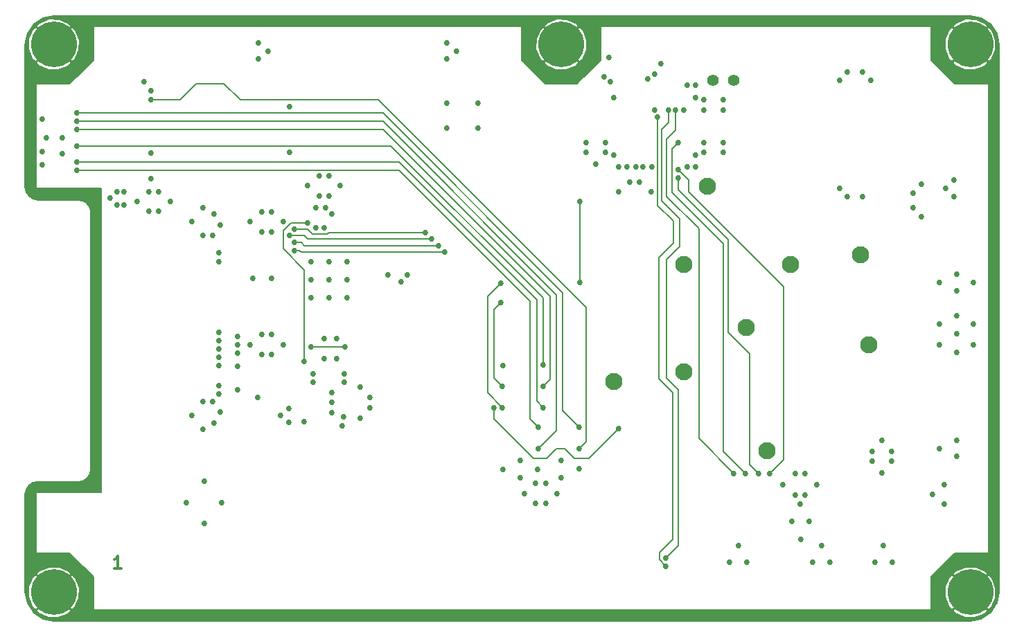
<source format=gtl>
%FSLAX34Y34*%
G04 Gerber Fmt 3.4, Leading zero omitted, Abs format*
G04 (created by PCBNEW (2014-03-01 BZR 4730)-product) date Thursday, July 17, 2014 'AMt' 09:27:46 AM*
%MOIN*%
G01*
G70*
G90*
G04 APERTURE LIST*
%ADD10C,0.006000*%
%ADD11C,0.012094*%
%ADD12C,0.220472*%
%ADD13C,0.023622*%
%ADD14C,0.055118*%
%ADD15C,0.082677*%
%ADD16C,0.027500*%
%ADD17C,0.007874*%
%ADD18C,0.015748*%
G04 APERTURE END LIST*
G54D10*
G54D11*
X28436Y-66172D02*
X28098Y-66172D01*
X28267Y-66172D02*
X28267Y-65582D01*
X28211Y-65666D01*
X28155Y-65722D01*
X28098Y-65750D01*
G54D12*
X49606Y-40944D03*
G54D13*
X49606Y-40078D03*
X48740Y-40944D03*
X49606Y-41811D03*
X50472Y-40944D03*
X50216Y-40334D03*
X48996Y-40334D03*
X48996Y-41555D03*
X50216Y-41555D03*
G54D12*
X69291Y-40944D03*
G54D13*
X69291Y-40078D03*
X68425Y-40944D03*
X69291Y-41811D03*
X70157Y-40944D03*
X69901Y-40334D03*
X68681Y-40334D03*
X68681Y-41555D03*
X69901Y-41555D03*
G54D12*
X69291Y-67322D03*
G54D13*
X69291Y-66456D03*
X68425Y-67322D03*
X69291Y-68188D03*
X70157Y-67322D03*
X69901Y-66712D03*
X68681Y-66712D03*
X68681Y-67933D03*
X69901Y-67933D03*
G54D12*
X25196Y-67322D03*
G54D13*
X25196Y-66456D03*
X24330Y-67322D03*
X25196Y-68188D03*
X26062Y-67322D03*
X25807Y-66712D03*
X24586Y-66712D03*
X24586Y-67933D03*
X25807Y-67933D03*
G54D12*
X25196Y-40944D03*
G54D13*
X25196Y-40078D03*
X24330Y-40944D03*
X25196Y-41811D03*
X26062Y-40944D03*
X25807Y-40334D03*
X24586Y-40334D03*
X24586Y-41555D03*
X25807Y-41555D03*
G54D14*
X57901Y-42677D03*
X56901Y-42677D03*
G54D15*
X55492Y-56711D03*
X60648Y-51555D03*
X58507Y-54570D03*
X55492Y-51555D03*
X56651Y-47775D03*
X64017Y-51082D03*
X64401Y-55414D03*
X59490Y-60492D03*
X52124Y-57185D03*
G54D16*
X35669Y-52204D03*
X36220Y-49488D03*
X35669Y-49960D03*
X35669Y-49015D03*
X35669Y-55866D03*
X36220Y-55393D03*
X35669Y-54921D03*
X37677Y-57204D03*
X37677Y-56811D03*
X38188Y-49763D03*
X33129Y-50964D03*
X38188Y-55118D03*
X38818Y-55118D03*
X33129Y-57775D03*
X25590Y-45433D03*
X24842Y-45433D03*
X38976Y-47755D03*
X38425Y-48228D03*
X38425Y-47283D03*
X39133Y-58858D03*
X40393Y-57952D03*
X39921Y-57440D03*
X48858Y-63031D03*
X49409Y-62559D03*
X48858Y-62086D03*
X29763Y-48976D03*
X29763Y-48031D03*
X65039Y-60000D03*
X65511Y-60551D03*
X64566Y-60551D03*
X60275Y-62125D03*
X60866Y-61614D03*
X60866Y-62637D03*
X41259Y-52047D03*
X28228Y-48661D03*
X28228Y-48031D03*
X27913Y-48346D03*
X29212Y-48503D03*
X49606Y-61811D03*
X50472Y-61377D03*
X49606Y-60984D03*
X61535Y-63897D03*
X60708Y-63897D03*
X61141Y-64763D03*
X61102Y-63070D03*
X67795Y-60393D03*
X68622Y-60787D03*
X68622Y-60000D03*
X37795Y-49763D03*
X33129Y-57381D03*
X53937Y-48031D03*
X53385Y-47559D03*
X52362Y-46850D03*
X56062Y-46850D03*
X56456Y-46141D03*
X57401Y-46141D03*
X56456Y-43622D03*
X57401Y-43622D03*
X55669Y-42913D03*
X51732Y-46141D03*
X50787Y-46141D03*
X51259Y-46692D03*
X53976Y-46850D03*
X55511Y-44094D03*
X52125Y-46259D03*
X56062Y-46259D03*
X57913Y-61614D03*
X55118Y-44094D03*
X55236Y-45669D03*
X58464Y-61614D03*
X59645Y-61614D03*
X55236Y-46968D03*
X55236Y-47362D03*
X59094Y-61614D03*
X54763Y-44094D03*
X54645Y-65669D03*
X54251Y-44448D03*
X54645Y-66062D03*
X50511Y-48503D03*
X50511Y-52401D03*
X37401Y-49527D03*
X37244Y-56220D03*
X37559Y-55511D03*
X39212Y-55511D03*
X46692Y-53385D03*
X46771Y-57401D03*
X46692Y-52440D03*
X46771Y-58425D03*
X46377Y-58425D03*
X52362Y-59448D03*
X50472Y-60393D03*
X29881Y-43622D03*
X48740Y-56377D03*
X26299Y-45826D03*
X26299Y-45039D03*
X48740Y-57401D03*
X48740Y-58425D03*
X26299Y-46614D03*
X48503Y-59370D03*
X26299Y-47007D03*
X26299Y-44251D03*
X50472Y-59370D03*
X26299Y-44645D03*
X48503Y-60393D03*
X36771Y-50472D03*
X43700Y-50629D03*
X36535Y-50157D03*
X43385Y-50314D03*
X44015Y-50944D03*
X36771Y-50866D03*
X43070Y-50000D03*
X36771Y-49842D03*
X37244Y-59094D03*
X36515Y-59133D03*
X36102Y-58799D03*
X36515Y-58464D03*
X29881Y-47401D03*
X29881Y-46181D03*
X29881Y-43188D03*
X29527Y-42755D03*
X24645Y-46102D03*
X25590Y-46220D03*
X24645Y-46732D03*
X24645Y-44527D03*
X35000Y-57952D03*
X27263Y-48129D03*
X27263Y-49311D03*
X27263Y-50492D03*
X27263Y-51673D03*
X24685Y-48267D03*
X25866Y-48267D03*
X35039Y-39862D03*
X32677Y-39862D03*
X42125Y-39862D03*
X44488Y-39862D03*
X45669Y-39862D03*
X46850Y-39862D03*
X48031Y-39862D03*
X48031Y-41043D03*
X48425Y-41929D03*
X49606Y-42519D03*
X50688Y-42027D03*
X51181Y-41043D03*
X51181Y-39862D03*
X52362Y-39862D03*
X53543Y-39862D03*
X54724Y-39862D03*
X55905Y-39862D03*
X57086Y-39862D03*
X58267Y-39862D03*
X59448Y-39862D03*
X60629Y-39862D03*
X61811Y-39862D03*
X62992Y-39862D03*
X64173Y-39862D03*
X65354Y-39862D03*
X66535Y-39862D03*
X70374Y-42519D03*
X67716Y-39862D03*
X67716Y-41043D03*
X68208Y-42027D03*
X69192Y-42519D03*
X26771Y-39862D03*
X24114Y-43110D03*
X24114Y-44291D03*
X24114Y-45472D03*
X24114Y-46653D03*
X25196Y-42519D03*
X26279Y-42027D03*
X26771Y-41043D03*
X27952Y-39862D03*
X29133Y-39862D03*
X30314Y-39862D03*
X31496Y-39862D03*
X36220Y-39862D03*
X37401Y-39862D03*
X40944Y-39862D03*
X39763Y-39862D03*
X38582Y-39862D03*
X70374Y-44881D03*
X70374Y-43700D03*
X27263Y-55216D03*
X27263Y-52854D03*
X26771Y-68405D03*
X24212Y-62401D03*
X24114Y-63385D03*
X24114Y-64566D03*
X24114Y-65748D03*
X25295Y-65748D03*
X26279Y-66240D03*
X26771Y-67224D03*
X29133Y-68405D03*
X27952Y-68405D03*
X27263Y-54133D03*
X27263Y-56397D03*
X27263Y-57578D03*
X27263Y-58759D03*
X27263Y-59940D03*
X27263Y-61122D03*
X27263Y-62303D03*
X26279Y-62303D03*
X25098Y-62303D03*
X66535Y-68405D03*
X65354Y-68405D03*
X64173Y-68405D03*
X62992Y-68405D03*
X61811Y-68405D03*
X60629Y-68405D03*
X59448Y-68405D03*
X58267Y-68405D03*
X57086Y-68405D03*
X55905Y-68405D03*
X54724Y-68405D03*
X53543Y-68405D03*
X52362Y-68405D03*
X51181Y-68405D03*
X50000Y-68405D03*
X48818Y-68405D03*
X47637Y-68405D03*
X46456Y-68405D03*
X45275Y-68405D03*
X44094Y-68405D03*
X42913Y-68405D03*
X41732Y-68405D03*
X40551Y-68405D03*
X39370Y-68405D03*
X38188Y-68405D03*
X37007Y-68405D03*
X35826Y-68405D03*
X34645Y-68405D03*
X33464Y-68405D03*
X32283Y-68405D03*
X31102Y-68405D03*
X67716Y-68405D03*
X29921Y-68405D03*
X70374Y-48031D03*
X70374Y-49212D03*
X70374Y-50393D03*
X70374Y-51574D03*
X70374Y-52755D03*
X70374Y-53937D03*
X70374Y-55118D03*
X70374Y-56299D03*
X70374Y-57480D03*
X70374Y-58661D03*
X70374Y-59842D03*
X70374Y-61023D03*
X70374Y-62204D03*
X70374Y-63385D03*
X70374Y-64566D03*
X70374Y-65748D03*
X69192Y-65748D03*
X68208Y-66240D03*
X67716Y-67224D03*
X34763Y-52204D03*
X37401Y-47755D03*
X37952Y-47283D03*
X37952Y-48228D03*
X38582Y-49094D03*
X38267Y-48818D03*
X37795Y-48818D03*
X34645Y-49488D03*
X35196Y-49960D03*
X35196Y-49015D03*
X35196Y-54921D03*
X34645Y-55393D03*
X35196Y-55866D03*
X39921Y-58937D03*
X40393Y-58425D03*
X39173Y-57204D03*
X39173Y-56811D03*
X42204Y-52047D03*
X41889Y-52362D03*
X47834Y-62559D03*
X48385Y-62086D03*
X48385Y-63031D03*
X67480Y-62598D03*
X68031Y-63070D03*
X68031Y-62125D03*
X69448Y-55393D03*
X69448Y-54409D03*
X69448Y-52401D03*
X52362Y-48031D03*
X52913Y-47559D03*
X52755Y-46850D03*
X55669Y-46850D03*
X56456Y-45669D03*
X57401Y-45669D03*
X57401Y-44094D03*
X56456Y-44094D03*
X56062Y-42913D03*
X54409Y-41889D03*
X54094Y-42362D03*
X53779Y-42598D03*
X51653Y-42519D03*
X51968Y-42755D03*
X51889Y-41574D03*
X45590Y-44960D03*
X44094Y-44960D03*
X44094Y-43779D03*
X45590Y-43779D03*
X36535Y-43937D03*
X36535Y-46141D03*
X30236Y-48976D03*
X30787Y-48503D03*
X30236Y-48031D03*
X28582Y-48661D03*
X28582Y-48031D03*
X35039Y-41653D03*
X35511Y-41259D03*
X44566Y-41259D03*
X44094Y-40866D03*
X35039Y-40866D03*
X50787Y-45669D03*
X51732Y-45669D03*
X44094Y-41653D03*
X32421Y-61968D03*
X65039Y-61574D03*
X65511Y-61023D03*
X64566Y-61023D03*
X61338Y-61614D03*
X61889Y-62125D03*
X61338Y-62637D03*
X68503Y-47480D03*
X66535Y-48110D03*
X66929Y-47677D03*
X52125Y-43503D03*
X63385Y-42283D03*
X64094Y-42283D03*
X68622Y-52007D03*
X68622Y-55787D03*
X66929Y-49251D03*
X66535Y-48818D03*
X32362Y-50137D03*
X32834Y-50137D03*
X33188Y-49625D03*
X32893Y-49094D03*
X31850Y-49468D03*
X32362Y-48799D03*
X32834Y-58129D03*
X31850Y-58799D03*
X32362Y-58129D03*
X32362Y-59468D03*
X32893Y-59173D03*
X33188Y-58641D03*
X32421Y-64015D03*
X31574Y-62992D03*
X33267Y-62992D03*
X64094Y-48267D03*
X63385Y-48267D03*
X62992Y-47874D03*
X62992Y-42677D03*
X64488Y-42677D03*
X68503Y-48267D03*
X68110Y-47874D03*
X39055Y-59291D03*
X38582Y-58188D03*
X38582Y-58661D03*
X38582Y-57716D03*
X53543Y-46850D03*
X53188Y-46850D03*
X54094Y-44094D03*
X56062Y-43503D03*
X38425Y-52283D03*
X38425Y-53149D03*
X39291Y-52283D03*
X37559Y-52283D03*
X38425Y-51417D03*
X39291Y-53149D03*
X37559Y-53149D03*
X39291Y-51417D03*
X37559Y-51417D03*
X61712Y-65885D03*
X62539Y-65885D03*
X62125Y-65059D03*
X57716Y-65885D03*
X58543Y-65885D03*
X58129Y-65059D03*
X46791Y-56397D03*
X48464Y-61397D03*
X46791Y-61397D03*
X47637Y-61811D03*
X47637Y-60984D03*
X64704Y-65885D03*
X65531Y-65885D03*
X65118Y-65059D03*
X34035Y-56456D03*
X33129Y-56397D03*
X34035Y-55019D03*
X33129Y-54822D03*
X67795Y-55393D03*
X68622Y-54881D03*
X67795Y-54409D03*
X68622Y-54015D03*
X68622Y-52795D03*
X67795Y-52401D03*
X33129Y-51397D03*
X34035Y-57578D03*
X34035Y-55807D03*
X34035Y-55413D03*
X33129Y-56003D03*
X33129Y-55610D03*
X33129Y-55216D03*
X38188Y-56062D03*
X38818Y-56062D03*
G54D17*
X55118Y-44094D02*
X55118Y-45078D01*
X55118Y-45078D02*
X54685Y-45511D01*
X57913Y-61614D02*
X56220Y-59921D01*
X54685Y-45511D02*
X54685Y-48267D01*
X56220Y-49803D02*
X54685Y-48267D01*
X56220Y-59921D02*
X56220Y-49803D01*
X55236Y-45669D02*
X54921Y-45984D01*
X54921Y-45984D02*
X54921Y-48070D01*
X57401Y-60551D02*
X58464Y-61614D01*
X57401Y-50551D02*
X57401Y-60551D01*
X54921Y-48070D02*
X57401Y-50551D01*
X58464Y-61614D02*
X58464Y-61574D01*
X55236Y-46968D02*
X55748Y-47480D01*
X60314Y-60944D02*
X60314Y-52598D01*
X59645Y-61614D02*
X60314Y-60944D01*
X55748Y-48031D02*
X60314Y-52598D01*
X55748Y-47480D02*
X55748Y-48031D01*
X58661Y-61181D02*
X58661Y-55826D01*
X58661Y-55826D02*
X57637Y-54803D01*
X59094Y-61614D02*
X58661Y-61181D01*
X55236Y-47952D02*
X55236Y-47362D01*
X57637Y-50354D02*
X55236Y-47952D01*
X57637Y-54803D02*
X57637Y-50354D01*
X59094Y-61614D02*
X59094Y-61574D01*
X54448Y-45039D02*
X54448Y-48464D01*
X55236Y-65078D02*
X54645Y-65669D01*
X55236Y-57559D02*
X55236Y-65078D01*
X54685Y-57007D02*
X55236Y-57559D01*
X54685Y-51299D02*
X54685Y-57007D01*
X55314Y-50669D02*
X54685Y-51299D01*
X55314Y-49330D02*
X55314Y-50669D01*
X54448Y-48464D02*
X55314Y-49330D01*
X54763Y-44724D02*
X54448Y-45039D01*
X54763Y-44094D02*
X54763Y-44724D01*
X54291Y-57047D02*
X54291Y-51220D01*
X54251Y-48700D02*
X54251Y-44448D01*
X55000Y-49448D02*
X54251Y-48700D01*
X55000Y-50511D02*
X55000Y-49448D01*
X54291Y-51220D02*
X55000Y-50511D01*
X54645Y-66062D02*
X54330Y-65748D01*
X54291Y-57047D02*
X54960Y-57716D01*
X54960Y-57716D02*
X54960Y-64763D01*
X54960Y-64763D02*
X54330Y-65393D01*
X54330Y-65393D02*
X54330Y-65748D01*
X50511Y-48503D02*
X50511Y-52401D01*
X36614Y-49527D02*
X37401Y-49527D01*
X36220Y-49921D02*
X36614Y-49527D01*
X36220Y-50787D02*
X36220Y-49921D01*
X37244Y-51811D02*
X36220Y-50787D01*
X37244Y-56220D02*
X37244Y-51811D01*
X37559Y-55511D02*
X39212Y-55511D01*
X46771Y-57401D02*
X46377Y-57007D01*
X46377Y-53700D02*
X46692Y-53385D01*
X46377Y-57007D02*
X46377Y-53700D01*
X46771Y-58425D02*
X46062Y-57716D01*
X46062Y-53070D02*
X46692Y-52440D01*
X46062Y-57716D02*
X46062Y-53070D01*
X48267Y-60866D02*
X46377Y-58976D01*
X46377Y-58976D02*
X46377Y-58425D01*
X50944Y-60866D02*
X52362Y-59448D01*
X50236Y-60866D02*
X50944Y-60866D01*
X49763Y-60393D02*
X50236Y-60866D01*
X49370Y-60393D02*
X49763Y-60393D01*
X48897Y-60866D02*
X49370Y-60393D01*
X48267Y-60866D02*
X48897Y-60866D01*
X33385Y-42834D02*
X34173Y-43622D01*
X32047Y-42834D02*
X33385Y-42834D01*
X50787Y-53622D02*
X40787Y-43622D01*
X29881Y-43622D02*
X31259Y-43622D01*
X34173Y-43622D02*
X40787Y-43622D01*
X50787Y-60078D02*
X50787Y-53622D01*
X50472Y-60393D02*
X50787Y-60078D01*
X31259Y-43622D02*
X32047Y-42834D01*
X48740Y-53149D02*
X41417Y-45826D01*
X41417Y-45826D02*
X26299Y-45826D01*
X48740Y-56377D02*
X48740Y-53149D01*
X49055Y-53070D02*
X41023Y-45039D01*
X26299Y-45039D02*
X41023Y-45039D01*
X48740Y-57401D02*
X49055Y-57086D01*
X49055Y-57086D02*
X49055Y-53070D01*
X48425Y-53228D02*
X41811Y-46614D01*
X41811Y-46614D02*
X26299Y-46614D01*
X48425Y-58110D02*
X48425Y-53228D01*
X48740Y-58425D02*
X48425Y-58110D01*
X48110Y-53307D02*
X41811Y-47007D01*
X41811Y-47007D02*
X26299Y-47007D01*
X48503Y-59370D02*
X48110Y-58976D01*
X48110Y-58976D02*
X48110Y-53307D01*
X50472Y-59370D02*
X49685Y-58582D01*
X49685Y-58582D02*
X49685Y-52913D01*
X49685Y-52913D02*
X41023Y-44251D01*
X26299Y-44251D02*
X41023Y-44251D01*
X48503Y-60393D02*
X49370Y-59527D01*
X49370Y-59527D02*
X49370Y-52992D01*
X49370Y-52992D02*
X41023Y-44645D01*
X26299Y-44645D02*
X41023Y-44645D01*
X37244Y-50629D02*
X43700Y-50629D01*
X37086Y-50472D02*
X37244Y-50629D01*
X36771Y-50472D02*
X37086Y-50472D01*
X37401Y-50314D02*
X37244Y-50157D01*
X37244Y-50157D02*
X36535Y-50157D01*
X43385Y-50314D02*
X37401Y-50314D01*
X36771Y-50866D02*
X37007Y-50866D01*
X37086Y-50944D02*
X44015Y-50944D01*
X37007Y-50866D02*
X37086Y-50944D01*
X36771Y-49842D02*
X37401Y-49842D01*
X38425Y-50000D02*
X43070Y-50000D01*
X38346Y-50078D02*
X38425Y-50000D01*
X37637Y-50078D02*
X38346Y-50078D01*
X37401Y-49842D02*
X37637Y-50078D01*
G54D18*
X27263Y-55216D02*
X27263Y-54133D01*
X27263Y-54133D02*
X27263Y-52854D01*
G54D10*
G36*
X70673Y-67303D02*
X70564Y-67850D01*
X70517Y-67920D01*
X70517Y-67108D01*
X70517Y-40730D01*
X70341Y-40277D01*
X70309Y-40229D01*
X70164Y-40099D01*
X70136Y-40127D01*
X70136Y-40072D01*
X70006Y-39926D01*
X69562Y-39730D01*
X69077Y-39719D01*
X68624Y-39894D01*
X68575Y-39926D01*
X68446Y-40072D01*
X68546Y-40171D01*
X68681Y-40306D01*
X68708Y-40334D01*
X68843Y-40469D01*
X69291Y-40917D01*
X69738Y-40469D01*
X69873Y-40334D01*
X69901Y-40306D01*
X70036Y-40171D01*
X70136Y-40072D01*
X70136Y-40127D01*
X70064Y-40199D01*
X69929Y-40334D01*
X69901Y-40362D01*
X69766Y-40497D01*
X69319Y-40944D01*
X69766Y-41392D01*
X69901Y-41527D01*
X69929Y-41555D01*
X70064Y-41689D01*
X70164Y-41789D01*
X70309Y-41660D01*
X70505Y-41216D01*
X70517Y-40730D01*
X70517Y-67108D01*
X70341Y-66655D01*
X70309Y-66607D01*
X70164Y-66477D01*
X70157Y-66484D01*
X70157Y-65433D01*
X70157Y-42834D01*
X70136Y-42834D01*
X70136Y-41817D01*
X70036Y-41717D01*
X69901Y-41582D01*
X69873Y-41555D01*
X69738Y-41420D01*
X69291Y-40972D01*
X69263Y-41000D01*
X69263Y-40944D01*
X68815Y-40497D01*
X68681Y-40362D01*
X68653Y-40334D01*
X68518Y-40199D01*
X68418Y-40099D01*
X68273Y-40229D01*
X68076Y-40673D01*
X68065Y-41158D01*
X68240Y-41611D01*
X68273Y-41660D01*
X68418Y-41789D01*
X68518Y-41689D01*
X68653Y-41555D01*
X68681Y-41527D01*
X68815Y-41392D01*
X69263Y-40944D01*
X69263Y-41000D01*
X68843Y-41420D01*
X68708Y-41555D01*
X68681Y-41582D01*
X68546Y-41717D01*
X68446Y-41817D01*
X68575Y-41963D01*
X69020Y-42159D01*
X69505Y-42170D01*
X69958Y-41995D01*
X70006Y-41963D01*
X70136Y-41817D01*
X70136Y-42834D01*
X68536Y-42834D01*
X67401Y-41699D01*
X67401Y-41653D01*
X67401Y-40078D01*
X51496Y-40078D01*
X51496Y-41699D01*
X50832Y-42363D01*
X50832Y-40730D01*
X50656Y-40277D01*
X50624Y-40229D01*
X50479Y-40099D01*
X50451Y-40127D01*
X50451Y-40072D01*
X50321Y-39926D01*
X49877Y-39730D01*
X49392Y-39719D01*
X48939Y-39894D01*
X48890Y-39926D01*
X48761Y-40072D01*
X48861Y-40171D01*
X48861Y-40171D01*
X48996Y-40306D01*
X49023Y-40334D01*
X49158Y-40469D01*
X49606Y-40917D01*
X50053Y-40469D01*
X50188Y-40334D01*
X50216Y-40306D01*
X50351Y-40171D01*
X50451Y-40072D01*
X50451Y-40127D01*
X50379Y-40199D01*
X50244Y-40334D01*
X50216Y-40362D01*
X50081Y-40497D01*
X49634Y-40944D01*
X50081Y-41392D01*
X50081Y-41392D01*
X50216Y-41527D01*
X50244Y-41555D01*
X50379Y-41689D01*
X50479Y-41789D01*
X50624Y-41660D01*
X50820Y-41216D01*
X50832Y-40730D01*
X50832Y-42363D01*
X50451Y-42744D01*
X50451Y-41817D01*
X50351Y-41717D01*
X50216Y-41582D01*
X50188Y-41555D01*
X50053Y-41420D01*
X50053Y-41420D01*
X49606Y-40972D01*
X49578Y-41000D01*
X49578Y-40944D01*
X49130Y-40497D01*
X48996Y-40362D01*
X48968Y-40334D01*
X48833Y-40199D01*
X48833Y-40199D01*
X48733Y-40099D01*
X48588Y-40229D01*
X48391Y-40673D01*
X48380Y-41158D01*
X48555Y-41611D01*
X48588Y-41660D01*
X48733Y-41789D01*
X48833Y-41689D01*
X48968Y-41555D01*
X48996Y-41527D01*
X49130Y-41392D01*
X49578Y-40944D01*
X49578Y-41000D01*
X49158Y-41420D01*
X49023Y-41555D01*
X48996Y-41582D01*
X48861Y-41717D01*
X48761Y-41817D01*
X48890Y-41963D01*
X49334Y-42159D01*
X49820Y-42170D01*
X50273Y-41995D01*
X50321Y-41963D01*
X50451Y-41817D01*
X50451Y-42744D01*
X50361Y-42834D01*
X48851Y-42834D01*
X47716Y-41699D01*
X47716Y-40078D01*
X27086Y-40078D01*
X27086Y-41699D01*
X26422Y-42363D01*
X26422Y-40730D01*
X26247Y-40277D01*
X26215Y-40229D01*
X26069Y-40099D01*
X26041Y-40127D01*
X26041Y-40072D01*
X25912Y-39926D01*
X25468Y-39730D01*
X24982Y-39719D01*
X24529Y-39894D01*
X24481Y-39926D01*
X24351Y-40072D01*
X24451Y-40171D01*
X24451Y-40171D01*
X24586Y-40306D01*
X24614Y-40334D01*
X24749Y-40469D01*
X25196Y-40917D01*
X25644Y-40469D01*
X25779Y-40334D01*
X25807Y-40306D01*
X25941Y-40171D01*
X26041Y-40072D01*
X26041Y-40127D01*
X25969Y-40199D01*
X25834Y-40334D01*
X25807Y-40362D01*
X25672Y-40497D01*
X25224Y-40944D01*
X25672Y-41392D01*
X25672Y-41392D01*
X25807Y-41527D01*
X25834Y-41555D01*
X25969Y-41689D01*
X26069Y-41789D01*
X26215Y-41660D01*
X26411Y-41216D01*
X26422Y-40730D01*
X26422Y-42363D01*
X26041Y-42744D01*
X26041Y-41817D01*
X25941Y-41717D01*
X25807Y-41582D01*
X25779Y-41555D01*
X25644Y-41420D01*
X25644Y-41420D01*
X25196Y-40972D01*
X25169Y-41000D01*
X25169Y-40944D01*
X24721Y-40497D01*
X24586Y-40362D01*
X24558Y-40334D01*
X24423Y-40199D01*
X24423Y-40199D01*
X24324Y-40099D01*
X24178Y-40229D01*
X23982Y-40673D01*
X23971Y-41158D01*
X24146Y-41611D01*
X24178Y-41660D01*
X24324Y-41789D01*
X24423Y-41689D01*
X24558Y-41555D01*
X24586Y-41527D01*
X24721Y-41392D01*
X25169Y-40944D01*
X25169Y-41000D01*
X24749Y-41420D01*
X24614Y-41555D01*
X24586Y-41582D01*
X24451Y-41717D01*
X24351Y-41817D01*
X24481Y-41963D01*
X24925Y-42159D01*
X25410Y-42170D01*
X25863Y-41995D01*
X25912Y-41963D01*
X26041Y-41817D01*
X26041Y-42744D01*
X25951Y-42834D01*
X24330Y-42834D01*
X24330Y-47874D01*
X27480Y-47874D01*
X27480Y-62519D01*
X24330Y-62519D01*
X24330Y-65433D01*
X25951Y-65433D01*
X27086Y-66568D01*
X27086Y-68188D01*
X67401Y-68188D01*
X67401Y-66568D01*
X68536Y-65433D01*
X70157Y-65433D01*
X70157Y-66484D01*
X70136Y-66505D01*
X70136Y-66449D01*
X70006Y-66304D01*
X69562Y-66108D01*
X69077Y-66097D01*
X68624Y-66272D01*
X68575Y-66304D01*
X68446Y-66449D01*
X68546Y-66549D01*
X68681Y-66684D01*
X68708Y-66712D01*
X68708Y-66712D01*
X68843Y-66847D01*
X69291Y-67294D01*
X69738Y-66847D01*
X69738Y-66847D01*
X69873Y-66712D01*
X69901Y-66684D01*
X70036Y-66549D01*
X70136Y-66449D01*
X70136Y-66505D01*
X70064Y-66577D01*
X69929Y-66712D01*
X69901Y-66740D01*
X69766Y-66875D01*
X69319Y-67322D01*
X69766Y-67770D01*
X69901Y-67905D01*
X69929Y-67933D01*
X69929Y-67933D01*
X70064Y-68067D01*
X70164Y-68167D01*
X70309Y-68038D01*
X70505Y-67594D01*
X70517Y-67108D01*
X70517Y-67920D01*
X70265Y-68297D01*
X70136Y-68383D01*
X70136Y-68195D01*
X70036Y-68095D01*
X69901Y-67960D01*
X69901Y-67960D01*
X69873Y-67933D01*
X69738Y-67798D01*
X69291Y-67350D01*
X69263Y-67378D01*
X69263Y-67322D01*
X68815Y-66875D01*
X68681Y-66740D01*
X68681Y-66740D01*
X68653Y-66712D01*
X68518Y-66577D01*
X68418Y-66477D01*
X68273Y-66607D01*
X68076Y-67051D01*
X68065Y-67536D01*
X68240Y-67989D01*
X68273Y-68038D01*
X68418Y-68167D01*
X68518Y-68067D01*
X68518Y-68067D01*
X68653Y-67933D01*
X68681Y-67905D01*
X68815Y-67770D01*
X69263Y-67322D01*
X69263Y-67378D01*
X68843Y-67798D01*
X68708Y-67933D01*
X68681Y-67960D01*
X68546Y-68095D01*
X68446Y-68195D01*
X68575Y-68341D01*
X69020Y-68537D01*
X69505Y-68548D01*
X69958Y-68373D01*
X70006Y-68341D01*
X70136Y-68195D01*
X70136Y-68383D01*
X69818Y-68595D01*
X69272Y-68704D01*
X26422Y-68704D01*
X26422Y-67108D01*
X26247Y-66655D01*
X26215Y-66607D01*
X26069Y-66477D01*
X26041Y-66505D01*
X26041Y-66449D01*
X25912Y-66304D01*
X25468Y-66108D01*
X24982Y-66097D01*
X24529Y-66272D01*
X24481Y-66304D01*
X24351Y-66449D01*
X24451Y-66549D01*
X24586Y-66684D01*
X24614Y-66712D01*
X24749Y-66847D01*
X25196Y-67294D01*
X25644Y-66847D01*
X25644Y-66847D01*
X25779Y-66712D01*
X25807Y-66684D01*
X25941Y-66549D01*
X26041Y-66449D01*
X26041Y-66505D01*
X25969Y-66577D01*
X25834Y-66712D01*
X25807Y-66740D01*
X25672Y-66875D01*
X25224Y-67322D01*
X25672Y-67770D01*
X25807Y-67905D01*
X25834Y-67933D01*
X25969Y-68067D01*
X26069Y-68167D01*
X26215Y-68038D01*
X26411Y-67594D01*
X26422Y-67108D01*
X26422Y-68704D01*
X26041Y-68704D01*
X26041Y-68195D01*
X25941Y-68095D01*
X25807Y-67960D01*
X25779Y-67933D01*
X25644Y-67798D01*
X25196Y-67350D01*
X25169Y-67378D01*
X25169Y-67322D01*
X24721Y-66875D01*
X24586Y-66740D01*
X24558Y-66712D01*
X24423Y-66577D01*
X24324Y-66477D01*
X24178Y-66607D01*
X23982Y-67051D01*
X23971Y-67536D01*
X24146Y-67989D01*
X24178Y-68038D01*
X24324Y-68167D01*
X24423Y-68067D01*
X24423Y-68067D01*
X24558Y-67933D01*
X24586Y-67905D01*
X24721Y-67770D01*
X25169Y-67322D01*
X25169Y-67378D01*
X24749Y-67798D01*
X24614Y-67933D01*
X24586Y-67960D01*
X24451Y-68095D01*
X24351Y-68195D01*
X24481Y-68341D01*
X24925Y-68537D01*
X25410Y-68548D01*
X25863Y-68373D01*
X25912Y-68341D01*
X26041Y-68195D01*
X26041Y-68704D01*
X25215Y-68704D01*
X24669Y-68595D01*
X24222Y-68297D01*
X23923Y-67850D01*
X23815Y-67303D01*
X23815Y-62617D01*
X23863Y-62372D01*
X23991Y-62180D01*
X24183Y-62052D01*
X24428Y-62004D01*
X26377Y-62004D01*
X26396Y-62000D01*
X26415Y-62000D01*
X26566Y-61970D01*
X26566Y-61970D01*
X26635Y-61941D01*
X26635Y-61941D01*
X26763Y-61856D01*
X26763Y-61856D01*
X26763Y-61856D01*
X26816Y-61802D01*
X26816Y-61802D01*
X26902Y-61675D01*
X26931Y-61605D01*
X26931Y-61605D01*
X26961Y-61454D01*
X26961Y-61435D01*
X26964Y-61417D01*
X26964Y-49015D01*
X26961Y-48997D01*
X26961Y-48978D01*
X26931Y-48827D01*
X26931Y-48827D01*
X26902Y-48757D01*
X26816Y-48630D01*
X26816Y-48630D01*
X26763Y-48576D01*
X26763Y-48576D01*
X26635Y-48491D01*
X26566Y-48462D01*
X26566Y-48462D01*
X26415Y-48432D01*
X26396Y-48432D01*
X26377Y-48428D01*
X24428Y-48428D01*
X24183Y-48380D01*
X23991Y-48252D01*
X23863Y-48060D01*
X23815Y-47815D01*
X23815Y-40963D01*
X23923Y-40417D01*
X24222Y-39970D01*
X24669Y-39671D01*
X25215Y-39563D01*
X69272Y-39563D01*
X69818Y-39671D01*
X70265Y-39970D01*
X70564Y-40417D01*
X70673Y-40963D01*
X70673Y-67303D01*
X70673Y-67303D01*
G37*
G54D17*
X70673Y-67303D02*
X70564Y-67850D01*
X70517Y-67920D01*
X70517Y-67108D01*
X70517Y-40730D01*
X70341Y-40277D01*
X70309Y-40229D01*
X70164Y-40099D01*
X70136Y-40127D01*
X70136Y-40072D01*
X70006Y-39926D01*
X69562Y-39730D01*
X69077Y-39719D01*
X68624Y-39894D01*
X68575Y-39926D01*
X68446Y-40072D01*
X68546Y-40171D01*
X68681Y-40306D01*
X68708Y-40334D01*
X68843Y-40469D01*
X69291Y-40917D01*
X69738Y-40469D01*
X69873Y-40334D01*
X69901Y-40306D01*
X70036Y-40171D01*
X70136Y-40072D01*
X70136Y-40127D01*
X70064Y-40199D01*
X69929Y-40334D01*
X69901Y-40362D01*
X69766Y-40497D01*
X69319Y-40944D01*
X69766Y-41392D01*
X69901Y-41527D01*
X69929Y-41555D01*
X70064Y-41689D01*
X70164Y-41789D01*
X70309Y-41660D01*
X70505Y-41216D01*
X70517Y-40730D01*
X70517Y-67108D01*
X70341Y-66655D01*
X70309Y-66607D01*
X70164Y-66477D01*
X70157Y-66484D01*
X70157Y-65433D01*
X70157Y-42834D01*
X70136Y-42834D01*
X70136Y-41817D01*
X70036Y-41717D01*
X69901Y-41582D01*
X69873Y-41555D01*
X69738Y-41420D01*
X69291Y-40972D01*
X69263Y-41000D01*
X69263Y-40944D01*
X68815Y-40497D01*
X68681Y-40362D01*
X68653Y-40334D01*
X68518Y-40199D01*
X68418Y-40099D01*
X68273Y-40229D01*
X68076Y-40673D01*
X68065Y-41158D01*
X68240Y-41611D01*
X68273Y-41660D01*
X68418Y-41789D01*
X68518Y-41689D01*
X68653Y-41555D01*
X68681Y-41527D01*
X68815Y-41392D01*
X69263Y-40944D01*
X69263Y-41000D01*
X68843Y-41420D01*
X68708Y-41555D01*
X68681Y-41582D01*
X68546Y-41717D01*
X68446Y-41817D01*
X68575Y-41963D01*
X69020Y-42159D01*
X69505Y-42170D01*
X69958Y-41995D01*
X70006Y-41963D01*
X70136Y-41817D01*
X70136Y-42834D01*
X68536Y-42834D01*
X67401Y-41699D01*
X67401Y-41653D01*
X67401Y-40078D01*
X51496Y-40078D01*
X51496Y-41699D01*
X50832Y-42363D01*
X50832Y-40730D01*
X50656Y-40277D01*
X50624Y-40229D01*
X50479Y-40099D01*
X50451Y-40127D01*
X50451Y-40072D01*
X50321Y-39926D01*
X49877Y-39730D01*
X49392Y-39719D01*
X48939Y-39894D01*
X48890Y-39926D01*
X48761Y-40072D01*
X48861Y-40171D01*
X48861Y-40171D01*
X48996Y-40306D01*
X49023Y-40334D01*
X49158Y-40469D01*
X49606Y-40917D01*
X50053Y-40469D01*
X50188Y-40334D01*
X50216Y-40306D01*
X50351Y-40171D01*
X50451Y-40072D01*
X50451Y-40127D01*
X50379Y-40199D01*
X50244Y-40334D01*
X50216Y-40362D01*
X50081Y-40497D01*
X49634Y-40944D01*
X50081Y-41392D01*
X50081Y-41392D01*
X50216Y-41527D01*
X50244Y-41555D01*
X50379Y-41689D01*
X50479Y-41789D01*
X50624Y-41660D01*
X50820Y-41216D01*
X50832Y-40730D01*
X50832Y-42363D01*
X50451Y-42744D01*
X50451Y-41817D01*
X50351Y-41717D01*
X50216Y-41582D01*
X50188Y-41555D01*
X50053Y-41420D01*
X50053Y-41420D01*
X49606Y-40972D01*
X49578Y-41000D01*
X49578Y-40944D01*
X49130Y-40497D01*
X48996Y-40362D01*
X48968Y-40334D01*
X48833Y-40199D01*
X48833Y-40199D01*
X48733Y-40099D01*
X48588Y-40229D01*
X48391Y-40673D01*
X48380Y-41158D01*
X48555Y-41611D01*
X48588Y-41660D01*
X48733Y-41789D01*
X48833Y-41689D01*
X48968Y-41555D01*
X48996Y-41527D01*
X49130Y-41392D01*
X49578Y-40944D01*
X49578Y-41000D01*
X49158Y-41420D01*
X49023Y-41555D01*
X48996Y-41582D01*
X48861Y-41717D01*
X48761Y-41817D01*
X48890Y-41963D01*
X49334Y-42159D01*
X49820Y-42170D01*
X50273Y-41995D01*
X50321Y-41963D01*
X50451Y-41817D01*
X50451Y-42744D01*
X50361Y-42834D01*
X48851Y-42834D01*
X47716Y-41699D01*
X47716Y-40078D01*
X27086Y-40078D01*
X27086Y-41699D01*
X26422Y-42363D01*
X26422Y-40730D01*
X26247Y-40277D01*
X26215Y-40229D01*
X26069Y-40099D01*
X26041Y-40127D01*
X26041Y-40072D01*
X25912Y-39926D01*
X25468Y-39730D01*
X24982Y-39719D01*
X24529Y-39894D01*
X24481Y-39926D01*
X24351Y-40072D01*
X24451Y-40171D01*
X24451Y-40171D01*
X24586Y-40306D01*
X24614Y-40334D01*
X24749Y-40469D01*
X25196Y-40917D01*
X25644Y-40469D01*
X25779Y-40334D01*
X25807Y-40306D01*
X25941Y-40171D01*
X26041Y-40072D01*
X26041Y-40127D01*
X25969Y-40199D01*
X25834Y-40334D01*
X25807Y-40362D01*
X25672Y-40497D01*
X25224Y-40944D01*
X25672Y-41392D01*
X25672Y-41392D01*
X25807Y-41527D01*
X25834Y-41555D01*
X25969Y-41689D01*
X26069Y-41789D01*
X26215Y-41660D01*
X26411Y-41216D01*
X26422Y-40730D01*
X26422Y-42363D01*
X26041Y-42744D01*
X26041Y-41817D01*
X25941Y-41717D01*
X25807Y-41582D01*
X25779Y-41555D01*
X25644Y-41420D01*
X25644Y-41420D01*
X25196Y-40972D01*
X25169Y-41000D01*
X25169Y-40944D01*
X24721Y-40497D01*
X24586Y-40362D01*
X24558Y-40334D01*
X24423Y-40199D01*
X24423Y-40199D01*
X24324Y-40099D01*
X24178Y-40229D01*
X23982Y-40673D01*
X23971Y-41158D01*
X24146Y-41611D01*
X24178Y-41660D01*
X24324Y-41789D01*
X24423Y-41689D01*
X24558Y-41555D01*
X24586Y-41527D01*
X24721Y-41392D01*
X25169Y-40944D01*
X25169Y-41000D01*
X24749Y-41420D01*
X24614Y-41555D01*
X24586Y-41582D01*
X24451Y-41717D01*
X24351Y-41817D01*
X24481Y-41963D01*
X24925Y-42159D01*
X25410Y-42170D01*
X25863Y-41995D01*
X25912Y-41963D01*
X26041Y-41817D01*
X26041Y-42744D01*
X25951Y-42834D01*
X24330Y-42834D01*
X24330Y-47874D01*
X27480Y-47874D01*
X27480Y-62519D01*
X24330Y-62519D01*
X24330Y-65433D01*
X25951Y-65433D01*
X27086Y-66568D01*
X27086Y-68188D01*
X67401Y-68188D01*
X67401Y-66568D01*
X68536Y-65433D01*
X70157Y-65433D01*
X70157Y-66484D01*
X70136Y-66505D01*
X70136Y-66449D01*
X70006Y-66304D01*
X69562Y-66108D01*
X69077Y-66097D01*
X68624Y-66272D01*
X68575Y-66304D01*
X68446Y-66449D01*
X68546Y-66549D01*
X68681Y-66684D01*
X68708Y-66712D01*
X68708Y-66712D01*
X68843Y-66847D01*
X69291Y-67294D01*
X69738Y-66847D01*
X69738Y-66847D01*
X69873Y-66712D01*
X69901Y-66684D01*
X70036Y-66549D01*
X70136Y-66449D01*
X70136Y-66505D01*
X70064Y-66577D01*
X69929Y-66712D01*
X69901Y-66740D01*
X69766Y-66875D01*
X69319Y-67322D01*
X69766Y-67770D01*
X69901Y-67905D01*
X69929Y-67933D01*
X69929Y-67933D01*
X70064Y-68067D01*
X70164Y-68167D01*
X70309Y-68038D01*
X70505Y-67594D01*
X70517Y-67108D01*
X70517Y-67920D01*
X70265Y-68297D01*
X70136Y-68383D01*
X70136Y-68195D01*
X70036Y-68095D01*
X69901Y-67960D01*
X69901Y-67960D01*
X69873Y-67933D01*
X69738Y-67798D01*
X69291Y-67350D01*
X69263Y-67378D01*
X69263Y-67322D01*
X68815Y-66875D01*
X68681Y-66740D01*
X68681Y-66740D01*
X68653Y-66712D01*
X68518Y-66577D01*
X68418Y-66477D01*
X68273Y-66607D01*
X68076Y-67051D01*
X68065Y-67536D01*
X68240Y-67989D01*
X68273Y-68038D01*
X68418Y-68167D01*
X68518Y-68067D01*
X68518Y-68067D01*
X68653Y-67933D01*
X68681Y-67905D01*
X68815Y-67770D01*
X69263Y-67322D01*
X69263Y-67378D01*
X68843Y-67798D01*
X68708Y-67933D01*
X68681Y-67960D01*
X68546Y-68095D01*
X68446Y-68195D01*
X68575Y-68341D01*
X69020Y-68537D01*
X69505Y-68548D01*
X69958Y-68373D01*
X70006Y-68341D01*
X70136Y-68195D01*
X70136Y-68383D01*
X69818Y-68595D01*
X69272Y-68704D01*
X26422Y-68704D01*
X26422Y-67108D01*
X26247Y-66655D01*
X26215Y-66607D01*
X26069Y-66477D01*
X26041Y-66505D01*
X26041Y-66449D01*
X25912Y-66304D01*
X25468Y-66108D01*
X24982Y-66097D01*
X24529Y-66272D01*
X24481Y-66304D01*
X24351Y-66449D01*
X24451Y-66549D01*
X24586Y-66684D01*
X24614Y-66712D01*
X24749Y-66847D01*
X25196Y-67294D01*
X25644Y-66847D01*
X25644Y-66847D01*
X25779Y-66712D01*
X25807Y-66684D01*
X25941Y-66549D01*
X26041Y-66449D01*
X26041Y-66505D01*
X25969Y-66577D01*
X25834Y-66712D01*
X25807Y-66740D01*
X25672Y-66875D01*
X25224Y-67322D01*
X25672Y-67770D01*
X25807Y-67905D01*
X25834Y-67933D01*
X25969Y-68067D01*
X26069Y-68167D01*
X26215Y-68038D01*
X26411Y-67594D01*
X26422Y-67108D01*
X26422Y-68704D01*
X26041Y-68704D01*
X26041Y-68195D01*
X25941Y-68095D01*
X25807Y-67960D01*
X25779Y-67933D01*
X25644Y-67798D01*
X25196Y-67350D01*
X25169Y-67378D01*
X25169Y-67322D01*
X24721Y-66875D01*
X24586Y-66740D01*
X24558Y-66712D01*
X24423Y-66577D01*
X24324Y-66477D01*
X24178Y-66607D01*
X23982Y-67051D01*
X23971Y-67536D01*
X24146Y-67989D01*
X24178Y-68038D01*
X24324Y-68167D01*
X24423Y-68067D01*
X24423Y-68067D01*
X24558Y-67933D01*
X24586Y-67905D01*
X24721Y-67770D01*
X25169Y-67322D01*
X25169Y-67378D01*
X24749Y-67798D01*
X24614Y-67933D01*
X24586Y-67960D01*
X24451Y-68095D01*
X24351Y-68195D01*
X24481Y-68341D01*
X24925Y-68537D01*
X25410Y-68548D01*
X25863Y-68373D01*
X25912Y-68341D01*
X26041Y-68195D01*
X26041Y-68704D01*
X25215Y-68704D01*
X24669Y-68595D01*
X24222Y-68297D01*
X23923Y-67850D01*
X23815Y-67303D01*
X23815Y-62617D01*
X23863Y-62372D01*
X23991Y-62180D01*
X24183Y-62052D01*
X24428Y-62004D01*
X26377Y-62004D01*
X26396Y-62000D01*
X26415Y-62000D01*
X26566Y-61970D01*
X26566Y-61970D01*
X26635Y-61941D01*
X26635Y-61941D01*
X26763Y-61856D01*
X26763Y-61856D01*
X26763Y-61856D01*
X26816Y-61802D01*
X26816Y-61802D01*
X26902Y-61675D01*
X26931Y-61605D01*
X26931Y-61605D01*
X26961Y-61454D01*
X26961Y-61435D01*
X26964Y-61417D01*
X26964Y-49015D01*
X26961Y-48997D01*
X26961Y-48978D01*
X26931Y-48827D01*
X26931Y-48827D01*
X26902Y-48757D01*
X26816Y-48630D01*
X26816Y-48630D01*
X26763Y-48576D01*
X26763Y-48576D01*
X26635Y-48491D01*
X26566Y-48462D01*
X26566Y-48462D01*
X26415Y-48432D01*
X26396Y-48432D01*
X26377Y-48428D01*
X24428Y-48428D01*
X24183Y-48380D01*
X23991Y-48252D01*
X23863Y-48060D01*
X23815Y-47815D01*
X23815Y-40963D01*
X23923Y-40417D01*
X24222Y-39970D01*
X24669Y-39671D01*
X25215Y-39563D01*
X69272Y-39563D01*
X69818Y-39671D01*
X70265Y-39970D01*
X70564Y-40417D01*
X70673Y-40963D01*
X70673Y-67303D01*
M02*

</source>
